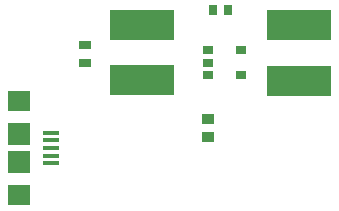
<source format=gtp>
G04*
G04 #@! TF.GenerationSoftware,Altium Limited,Altium Designer,20.0.2 (26)*
G04*
G04 Layer_Color=8421504*
%FSLAX44Y44*%
%MOMM*%
G71*
G01*
G75*
%ADD13R,0.9500X0.6500*%
%ADD14R,5.5031X2.5022*%
%ADD15R,1.0500X0.9500*%
%ADD16R,0.7350X0.8621*%
%ADD17R,1.0000X0.7500*%
%ADD18R,1.9000X1.9000*%
%ADD19R,1.9000X1.8000*%
%ADD20R,1.3500X0.4000*%
D13*
X237000Y151000D02*
D03*
Y172000D02*
D03*
X209500D02*
D03*
Y161500D02*
D03*
Y151000D02*
D03*
D14*
X286000Y193009D02*
D03*
Y146000D02*
D03*
X153000Y193505D02*
D03*
Y146495D02*
D03*
D15*
X209000Y99000D02*
D03*
Y113500D02*
D03*
D16*
X226154Y206000D02*
D03*
X213846D02*
D03*
D17*
X105000Y176500D02*
D03*
Y161500D02*
D03*
D18*
X49450Y101200D02*
D03*
Y77200D02*
D03*
D19*
Y129200D02*
D03*
Y49200D02*
D03*
D20*
X76200Y102200D02*
D03*
Y76200D02*
D03*
Y95700D02*
D03*
Y89200D02*
D03*
Y82700D02*
D03*
M02*

</source>
